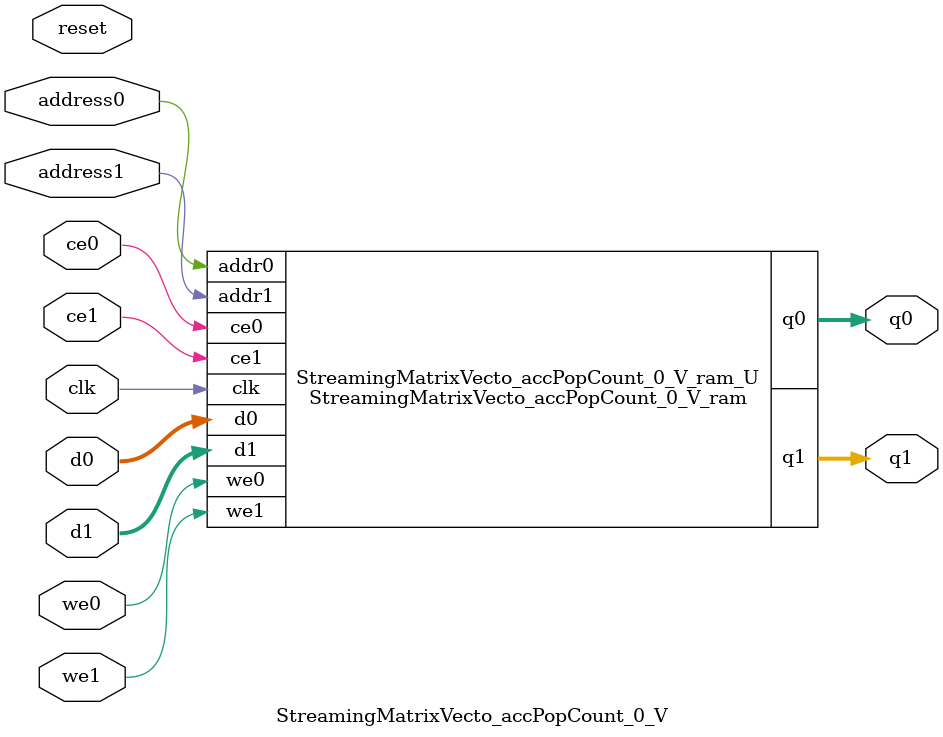
<source format=v>
`timescale 1 ns / 1 ps
module StreamingMatrixVecto_accPopCount_0_V_ram (addr0, ce0, d0, we0, q0, addr1, ce1, d1, we1, q1,  clk);

parameter DWIDTH = 16;
parameter AWIDTH = 1;
parameter MEM_SIZE = 2;

input[AWIDTH-1:0] addr0;
input ce0;
input[DWIDTH-1:0] d0;
input we0;
output reg[DWIDTH-1:0] q0;
input[AWIDTH-1:0] addr1;
input ce1;
input[DWIDTH-1:0] d1;
input we1;
output reg[DWIDTH-1:0] q1;
input clk;

(* ram_style = "block" *)reg [DWIDTH-1:0] ram[0:MEM_SIZE-1];




always @(posedge clk)  
begin 
    if (ce0) 
    begin
        if (we0) 
        begin 
            ram[addr0] <= d0; 
        end 
        q0 <= ram[addr0];
    end
end


always @(posedge clk)  
begin 
    if (ce1) 
    begin
        if (we1) 
        begin 
            ram[addr1] <= d1; 
        end 
        q1 <= ram[addr1];
    end
end


endmodule

`timescale 1 ns / 1 ps
module StreamingMatrixVecto_accPopCount_0_V(
    reset,
    clk,
    address0,
    ce0,
    we0,
    d0,
    q0,
    address1,
    ce1,
    we1,
    d1,
    q1);

parameter DataWidth = 32'd16;
parameter AddressRange = 32'd2;
parameter AddressWidth = 32'd1;
input reset;
input clk;
input[AddressWidth - 1:0] address0;
input ce0;
input we0;
input[DataWidth - 1:0] d0;
output[DataWidth - 1:0] q0;
input[AddressWidth - 1:0] address1;
input ce1;
input we1;
input[DataWidth - 1:0] d1;
output[DataWidth - 1:0] q1;



StreamingMatrixVecto_accPopCount_0_V_ram StreamingMatrixVecto_accPopCount_0_V_ram_U(
    .clk( clk ),
    .addr0( address0 ),
    .ce0( ce0 ),
    .we0( we0 ),
    .d0( d0 ),
    .q0( q0 ),
    .addr1( address1 ),
    .ce1( ce1 ),
    .we1( we1 ),
    .d1( d1 ),
    .q1( q1 ));

endmodule


</source>
